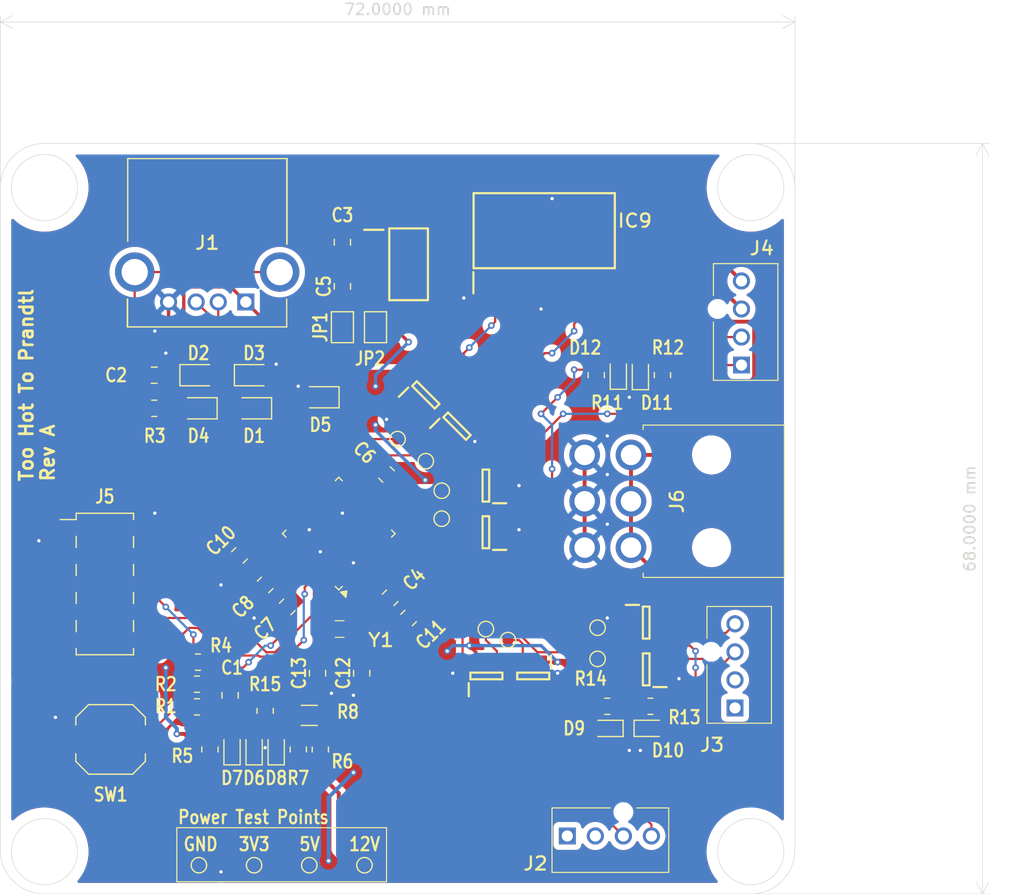
<source format=kicad_pcb>
(kicad_pcb (version 20240108) (generator "pcbnew") (generator_version "8.0")
  (layers (0 "F.Cu" signal) (31 "B.Cu" signal) (34 "B.Paste" user) (35 "F.Paste" user) (36 "B.SilkS" user "B.Silkscreen") (37 "F.SilkS" user "F.Silkscreen") (38 "B.Mask" user) (39 "F.Mask" user) (44 "Edge.Cuts" user))
  (net 0 "")
  (net 1 "/USB_D+")
  (net 2 "/RESET")
  (net 3 "/USB_D-")
  (net 4 "+5V")
  (net 5 "GND")
  (net 6 "/usb_shield_gnd")
  (net 7 "Net-(R1-Pad1)")
  (net 8 "+3V3")
  (net 16 "/XOUT32")
  (net 31 "/XIN32")
  (net 35 "/PumpCtrl_5v")
  (net 36 "/PumpCtrl_3v3")
  (net 37 "/FanCtrl_3v3")
  (net 38 "/ValveCtrl1_5v")
  (net 39 "/ValveCtrl1_3v3")
  (net 40 "/ValveCtrl2_5v")
  (net 41 "/ValveCtrl2_3v3")
  (net 42 "/PumpSense_3v3")
  (net 43 "/PumpSense_5v")
  (net 44 "/FanSense_5v")
  (net 45 "/FanSense_3v3")
  (net 46 "/ValveSense1_5v")
  (net 47 "/ValveSense1_3v3")
  (net 48 "/ValveSense2_5v")
  (net 49 "/ValveSense2_3v3")
  (net 54 "/ValveOutput2_12v")
  (net 55 "/ValveOutput1_12v")
  (net 56 "+12V")
  (net 57 "/FanCtrl_5v")
  (net 62 "/LDO_POWER_IN")
  (net 63 "/LDO_POWER_OUT")
  (net 67 "/SWCLK")
  (net 69 "/SWDIO")
  (net 70 "/LEDs/12v_PWD_LED_VOL_DIV")
  (net 71 "/LEDs/5v_USB_PWR_IND_LED")
  (net 72 "/LEDs/3v3_PWR_IND_LED")
  (net 73 "/LEDs/12v_PWR_IND_LED")
  (footprint "custom_footprints:TXU0101DBVR" (layer "F.Cu") (at 88.555635 72.787868 45)
    (property "Reference" "IC7" (hide yes))
    (property "Value" "TXU0101DBVR" (hide yes))
  )
  (footprint "Capacitor_SMD:C_0805_2012Metric" (layer "F.Cu") (at 74 90 -135)
    (property "Reference" "C8")
    (property "Value" "1u")
  )
  (footprint "Connector_PinHeader_2.54mm:PinHeader_2x05_P2.54mm_Vertical_SMD" (layer "F.Cu") (at 59.475 89.92)
    (property "Reference" "J5")
    (property "Value" "Conn_02x05_Counter_Clockwise")
  )
  (footprint "TestPoint:TestPoint_Pad_D1.0mm" (layer "F.Cu") (at 90 81.464823)
    (property "Reference" "TP12" (hide yes))
    (property "Value" "TestPoint")
  )
  (footprint "custom_footprints:470531000" (layer "F.Cu") (at 101.38 112.75 180)
    (property "Reference" "J2")
    (property "Value" "Pump" (hide yes))
  )
  (footprint "Capacitor_SMD:C_0805_2012Metric" (layer "F.Cu") (at 63.949999 71)
    (property "Reference" "C2")
    (property "Value" "4.5nF")
  )
  (footprint "Resistor_SMD:R_0805_2012Metric" (layer "F.Cu") (at 77 104.9125 -90)
    (property "Reference" "R7")
    (property "Value" "470R")
  )
  (footprint "Capacitor_SMD:C_0805_2012Metric" (layer "F.Cu") (at 70.825 100 -90)
    (property "Reference" "C1")
    (property "Value" "100n")
  )
  (footprint "Resistor_SMD:R_0805_2012Metric" (layer "F.Cu") (at 104 71 -90)
    (property "Reference" "R11")
    (property "Value" "20R")
  )
  (footprint "Capacitor_SMD:C_0805_2012Metric" (layer "F.Cu") (at 85 80 135)
    (property "Reference" "C6")
    (property "Value" "100n")
  )
  (footprint "LED_SMD:LED_0603_1608Metric" (layer "F.Cu") (at 108.9125 103)
    (property "Reference" "D10")
    (property "Value" "FAN_PWM_IND")
  )
  (footprint "custom_footprints:455580003" (layer "F.Cu") (at 107.151001 78.223 -90)
    (property "Reference" "J6")
    (property "Value" "MOLEX POWER CONNECTOR" (hide yes))
  )
  (footprint "Diode_SMD:D_0805_2012Metric" (layer "F.Cu") (at 67.962498 74 180)
    (property "Reference" "D4")
    (property "Value" "~")
  )
  (footprint "TestPoint:TestPoint_Pad_D1.0mm" (layer "F.Cu") (at 104.12132 96.707107 -90)
    (property "Reference" "TP10" (hide yes))
    (property "Value" "TestPoint")
  )
  (footprint "Capacitor_SMD:C_0805_2012Metric" (layer "F.Cu") (at 87 93 -135)
    (property "Reference" "C11")
    (property "Value" "10u")
  )
  (footprint "Resistor_SMD:R_0805_2012Metric" (layer "F.Cu") (at 74 101.4125 90)
    (property "Reference" "R15")
    (property "Value" "20R")
  )
  (footprint "LED_SMD:LED_0603_1608Metric" (layer "F.Cu") (at 104.950252 103.004037 180)
    (property "Reference" "D9")
    (property "Value" "PUMP_PWM_IND")
  )
  (footprint "TestPoint:TestPoint_Pad_D1.0mm" (layer "F.Cu") (at 73 115.4)
    (property "Reference" "TP3" (hide yes))
    (property "Value" "TestPoint")
  )
  (footprint "TestPoint:TestPoint_Pad_D1.0mm" (layer "F.Cu") (at 88.555635 78.787868)
    (property "Reference" "TP8" (hide yes))
    (property "Value" "TestPoint")
  )
  (footprint "TestPoint:TestPoint_Pad_D1.0mm" (layer "F.Cu") (at 94 94)
    (property "Reference" "TP9" (hide yes))
    (property "Value" "TestPoint")
  )
  (footprint "LED_SMD:LED_0603_1608Metric" (layer "F.Cu") (at 73 104.825 90)
    (property "Reference" "D6")
    (property "Value" "5V_USB_PWR_IND")
  )
  (footprint "custom_footprints:TXU0101DBVR" (layer "F.Cu") (at 94.05 98.25 90)
    (property "Reference" "IC1" (hide yes))
    (property "Value" "TXU0101DBVR" (hide yes))
  )
  (footprint "Resistor_SMD:R_0805_2012Metric" (layer "F.Cu") (at 63.949999 74)
    (property "Reference" "R3")
    (property "Value" "1M")
  )
  (footprint "Capacitor_SMD:C_0805_2012Metric" (layer "F.Cu") (at 81 62.95 90)
    (property "Reference" "C5")
    (property "Value" "47u")
  )
  (footprint "Resistor_SMD:R_1206_3216Metric" (layer "F.Cu") (at 78 101.825 180)
    (property "Reference" "R8")
    (property "Value" "300R")
  )
  (footprint "Resistor_SMD:R_0805_2012Metric" (layer "F.Cu") (at 67.825 99 180)
    (property "Reference" "R2")
    (property "Value" "10k")
  )
  (footprint "LED_SMD:LED_0603_1608Metric" (layer "F.Cu") (at 75 104.825 90)
    (property "Reference" "D8")
    (property "Value" "12v_PWR_IND")
  )
  (footprint "custom_footprints:470531000" (layer "F.Cu") (at 116.577001 101.146999 -90)
    (property "Reference" "J3")
    (property "Value" "Fan" (hide yes))
  )
  (footprint "TestPoint:TestPoint_Pad_D1.0mm" (layer "F.Cu") (at 78 115.4)
    (property "Reference" "TP2" (hide yes))
    (property "Value" "TestPoint")
  )
  (footprint "Diode_SMD:D_0805_2012Metric" (layer "F.Cu") (at 67.962498 71)
    (property "Reference" "D2")
    (property "Value" "D_Zener")
  )
  (footprint "custom_footprints:TXU0101DBVR" (layer "F.Cu") (at 98.292641 98.25 -90)
    (property "Reference" "IC5" (hide yes))
    (property "Value" "TXU0101DBVR" (hide yes))
  )
  (footprint "Resistor_SMD:R_0805_2012Metric" (layer "F.Cu") (at 69 104.9125 -90)
    (property "Reference" "R5")
    (property "Value" "51R")
  )
  (footprint "Resistor_SMD:R_0805_2012Metric" (layer "F.Cu") (at 79 104.9125 -90)
    (property "Reference" "R6")
    (property "Value" "470R")
  )
  (footprint "Button_Switch_SMD:SW_Push_1TS009xxxx-xxxx-xxxx_6x6x5mm" (layer "F.Cu") (at 60 104 180)
    (property "Reference" "SW1")
    (property "Value" "SW_DIP_x01")
  )
  (footprint "custom_footprints:SOT230P700X180-4N" (layer "F.Cu") (at 87 60.95)
    (property "Reference" "IC11" (hide yes))
    (property "Value" "LM3940IMP-3.3_NOPB" (hide yes))
  )
  (footprint "Capacitor_SMD:C_0805_2012Metric" (layer "F.Cu") (at 85.328249 91.171751 -135)
    (property "Reference" "C4")
    (property "Value" "100n")
  )
  (footprint "Capacitor_SMD:C_0805_2012Metric" (layer "F.Cu") (at 76 92 -135)
    (property "Reference" "C7")
    (property "Value" "100n")
  )
  (footprint "custom_footprints:470531000" (layer "F.Cu") (at 117.16 70.08 -90)
    (property "Reference" "J4")
    (property "Value" "Valve" (hide yes))
  )
  (footprint "Diode_SMD:D_0805_2012Metric" (layer "F.Cu") (at 72.899998 71)
    (property "Reference" "D3")
    (property "Value" "~")
  )
  (footprint "Jumper:SolderJumper-2_P1.3mm_Open_Pad1.0x1.5mm" (layer "F.Cu") (at 81 66.650002 90)
    (property "Reference" "JP1")
    (property "Value" "SolderJumper_2_Open")
  )
  (footprint "Capacitor_SMD:C_0805_2012Metric" (layer "F.Cu") (at 82.75 98 90)
    (property "Reference" "C12")
    (property "Value" "20p")
  )
  (footprint "Diode_SMD:D_0805_2012Metric" (layer "F.Cu") (at 79.012499 73 180)
    (property "Reference" "D5")
    (property "Value" "~")
  )
  (footprint "Capacitor_SMD:C_0805_2012Metric" (layer "F.Cu") (at 71.671751 87.328249 -135)
    (property "Reference" "C10")
    (property "Value" "10u")
  )
  (footprint "custom_footprints:TXU0101DBVR" (layer "F.Cu") (at 91.384062 75.616295 45)
    (property "Reference" "IC8" (hide yes))
    (property "Value" "TXU0101DBVR" (hide yes))
  )
  (footprint "Resistor_SMD:R_0805_2012Metric" (layer "F.Cu") (at 67.9125 97 180)
    (property "Reference" "R4")
    (property "Value" "1k")
  )
  (footprint "TestPoint:TestPoint_Pad_D1.0mm" (layer "F.Cu") (at 83 115.4)
    (property "Reference" "TP1" (hide yes))
    (property "Value" "TestPoint")
  )
  (footprint "custom_footprints:FC135327680KAA5" (layer "F.Cu") (at 80.75 94 180)
    (property "Reference" "Y1")
    (property "Value" "32.768kHz" (hide yes))
  )
  (footprint "TestPoint:TestPoint_Pad_D1.0mm" (layer "F.Cu") (at 86 76.787868)
    (property "Reference" "TP7" (hide yes))
    (property "Value" "TestPoint")
  )
  (footprint "TestPoint:TestPoint_Pad_D1.0mm" (layer "F.Cu") (at 104.12132 93.87868 -90)
    (property "Reference" "TP6" (hide yes))
    (property "Value" "TestPoint")
  )
  (footprint "Jumper:SolderJumper-2_P1.3mm_Open_Pad1.0x1.5mm" (layer "F.Cu") (at 84 66.650002 -90)
    (property "Reference" "JP2")
    (property "Value" "SolderJumper_2_Open")
  )
  (footprint "TestPoint:TestPoint_Pad_D1.0mm" (layer "F.Cu") (at 90 84)
    (property "Reference" "TP11" (hide yes))
    (property "Value" "TestPoint")
  )
  (footprint "TestPoint:TestPoint_Pad_D1.0mm" (layer "F.Cu") (at 96 95)
    (property "Reference" "TP5" (hide yes))
    (property "Value" "TestPoint")
  )
  (footprint "custom_footprints:TXU0101DBVR" (layer "F.Cu") (at 94 81 180)
    (property "Reference" "IC4" (hide yes))
    (property "Value" "TXU0101DBVR" (hide yes))
  )
  (footprint "Package_QFP:TQFP-48_7x7mm_P0.5mm" (layer "F.Cu") (at 80.671751 85.351002 135)
    (property "Reference" "U2" (hide yes))
    (property "Value" "ATSAMD21G18A-A")
  )
  (footprint "Resistor_SMD:R_0805_2012Metric" (layer "F.Cu") (at 110 71 -90)
    (property "Reference" "R12")
    (property "Value" "20R")
  )
  (footprint "custom_footprints:TXU0101DBVR" (layer "F.Cu") (at 108.528175 93.414466)
    (property "Reference" "IC6" (hide yes))
    (property "Value" "TXU0101DBVR" (hide yes))
  )
  (footprint "Capacitor_SMD:C_0805_2012Metric" (layer "F.Cu") (at 81 58.95 -90)
    (property "Reference" "C3")
    (property "Value" "4.7n")
  )
  (footprint "custom_footprints:TXU0101DBVR" (layer "F.Cu") (at 108.528175 97.657107 180)
    (property "Reference" "IC2" (hide yes))
    (property "Value" "TXU0101DBVR" (hide yes))
  )
  (footprint "Capacitor_SMD:C_0805_2012Metric" (layer "F.Cu") (at 78.75 98 90)
    (property "Reference" "C13")
    (property "Value" "20p")
  )
  (footprint "custom_footprints:676432910" (layer "F.Cu") (at 72.25 64.365 180)
    (property "Reference" "J1")
    (property "Value" "67643-2910" (hide yes))
  )
  (footprint "Diode_SMD:D_0805_2012Metric" (layer "F.Cu") (at 72.899998 74 180)
    (property "Reference" "D1")
    (property "Value" "~")
  )
  (footprint "Resistor_SMD:R_0805_2012Metric" (layer "F.Cu") (at 108.9125 101 180)
    (property "Reference" "R13")
    (property "Value" "20R")
  )
  (footprint "Resistor_SMD:R_0805_2012Metric" (layer "F.Cu") (at 105 101)
    (property "Reference" "R14")
    (property "Value" "20R")
  )
  (footprint "LED_SMD:LED_0603_1608Metric" (layer "F.Cu") (at 71 104.825 90)
    (property "Reference" "D7")
    (property "Value" "3v3_PWR_IND")
  )
  (footprint "LED_SMD:LED_0603_1608Metric" (layer "F.Cu") (at 106 70.787501 90)
    (property "Reference" "D12")
    (property "Value" "VALVE_CLOSED_IND")
  )
  (footprint "TestPoint:TestPoint_Pad_D1.0mm" (layer "F.Cu") (at 68 115.4)
    (property "Reference" "TP4" (hide yes))
    (property "Value" "TestPoint")
  )
  (footprint "Resistor_SMD:R_0805_2012Metric" (layer "F.Cu") (at 67.825 101.05)
    (property "Reference" "R1")
    (property "Value" "330")
  )
  (footprint "custom_footprints:TXU0101DBVR" (layer "F.Cu") (at 94 85.22736 180)
    (property "Reference" "IC3" (hide yes))
    (property "Value" "TXU0101DBVR" (hide yes))
  )
  (footprint "LED_SMD:LED_0603_1608Metric" (layer "F.Cu") (at 108 70.825001 90)
    (property "Reference" "D11")
    (property "Value" "VALVE_OPEN_IND")
  )
  (footprint "custom_footprints:SOIC127P1032X265-20N" (layer "F.Cu") (at 99.288 57.905 90)
    (property "Reference" "IC9")
    (property "Value" "L293DD" (hide yes))
  )
  (gr_rect (start 66 112) (end 85 116.9) (stroke (width 0.1)) (fill none) (layer "F.SilkS"))
  (gr_line (start 118 50) (end 54 50) (stroke (width 0.05)) (layer "Edge.Cuts"))
  (gr_line (start 122 54) (end 122 114) (stroke (width 0.05)) (layer "Edge.Cuts"))
  (gr_circle (center 54 54) (end 57 54) (stroke (width 0.05)) (fill none) (layer "Edge.Cuts"))
  (gr_circle (center 118 114.171573) (end 121 114.171573) (stroke (width 0.05)) (fill none) (layer "Edge.Cuts"))
  (gr_arc (start 50 54) (mid 51.171573 51.171573) (end 54 50) (stroke (width 0.05)) (layer "Edge.Cuts"))
  (gr_circle (center 118 54) (end 121 54) (stroke (width 0.05)) (fill none) (layer "Edge.Cuts"))
  (gr_arc (start 118 50) (mid 120.828427 51.171573) (end 122 54) (stroke (width 0.05)) (layer "Edge.Cuts"))
  (gr_line (start 118 118) (end 54 118) (stroke (width 0.05)) (layer "Edge.Cuts"))
  (gr_line (start 50 114) (end 50 54) (stroke (width 0.05)) (layer "Edge.Cuts"))
  (gr_circle (center 54 114.171573) (end 57 114.171573) (stroke (width 0.05)) (fill none) (layer "Edge.Cuts"))
  (gr_arc (start 122 114) (mid 120.828427 116.828427) (end 118 118) (stroke (width 0.05)) (layer "Edge.Cuts"))
  (gr_arc (start 54 118) (mid 51.171573 116.828427) (end 50 114) (stroke (width 0.05)) (layer "Edge.Cuts"))
  (gr_text "Power Test Points" (at 66 111.75 0) (layer "F.SilkS") (effects (font (size 1.2 1) (thickness 0.2)) (justify left bottom)))
  (gr_text "5V" (at 77 114.2 0) (layer "F.SilkS") (effects (font (size 1.2 1) (thickness 0.2)) (justify left bottom)))
  (gr_text "Too Hot To Prandtl\nRev A" (at 55 80.75 90) (layer "F.SilkS") (effects (font (size 1.2 1.2) (thickness 0.25) (bold yes)) (justify left bottom)))
  (gr_text "3V3" (at 71.5 114.2 0) (layer "F.SilkS") (effects (font (size 1.2 1) (thickness 0.2)) (justify left bottom)))
  (gr_text "12V" (at 81.5 114.2 0) (layer "F.SilkS") (effects (font (size 1.2 1) (thickness 0.2)) (justify left bottom)))
  (gr_text "GND" (at 66.5 114.2 0) (layer "F.SilkS") (effects (font (size 1.2 1) (thickness 0.2)) (justify left bottom)))
  (dimension (type aligned) (layer "Edge.Cuts") (pts (xy 118 50) (xy 118 118)) (height -21) (gr_text "68.0000 mm" (at 137.85 84 90) (layer "Edge.Cuts") (effects (font (size 1 1) (thickness 0.15)))) (format (prefix "") (suffix "") (units 3) (units_format 1) (precision 4)) (style (thickness 0.05) (arrow_length 1.27) (text_position_mode 0) (extension_height 0.58642) (extension_offset 0.5) keep_text_aligned))
  (dimension (type aligned) (layer "Edge.Cuts") (pts (xy 50 54) (xy 122 54)) (height -15) (gr_text "72.0000 mm" (at 86 37.85 0) (layer "Edge.Cuts") (effects (font (size 1 1) (thickness 0.15)))) (format (prefix "") (suffix "") (units 3) (units_format 1) (precision 4)) (style (thickness 0.05) (arrow_length 1.27) (text_position_mode 0) (extension_height 0.58642) (extension_offset 0.5) keep_text_aligned))
  (segment (start 70.206248 72.48125) (end 68.899998 73.7875) (width 0.2) (layer "F.Cu") (net 1))
  (segment (start 68.899998 74) (end 68.899998 75.050001) (width 0.2) (layer "F.Cu") (net 1))
  (segment (start 70.206248 76.356251) (end 70.206248 77.325017) (width 0.2) (layer "F.Cu") (net 1))
  (segment (start 75.856748 82.975517) (end 75.856748 83.010873) (width 0.2) (layer "F.Cu") (net 1))
  (segment (start 67.75 64.365) (end 70.206248 66.821248) (width 0.2) (layer "F.Cu") (net 1))
  (segment (start 68.899998 71) (end 70.206248 72.30625) (width 0.2) (layer "F.Cu") (net 1))
  (segment (start 70.206248 68.643749) (end 68.899998 69.949999) (width 0.2) (layer "F.Cu") (net 1))
  (segment (start 70.206248 72.30625) (end 70.206248 72.48125) (width 0.2) (layer "F.Cu") (net 1))
  (segment (start 70.206248 77.325017) (end 75.856748 82.975517) (width 0.2) (layer "F.Cu") (net 1))
  (segment (start 68.899998 75.050001) (end 70.206248 76.356251) (width 0.2) (layer "F.Cu") (net 1))
  (segment (start 68.899998 69.949999) (end 68.899998 71) (width 0.2) (layer "F.Cu") (net 1))
  (segment (start 70.206248 66.821248) (end 70.206248 68.643749) (width 0.2) (layer "F.Cu") (net 1))
  (segment (start 68.899998 73.7875) (end 68.899998 74) (width 0.2) (layer "F.Cu") (net 1))
  (segment (start 75.856748 83.010873) (end 76.490982 83.645107) (width 0.2) (layer "F.Cu") (net 1))
  (segment (start 73 89) (end 73 88.760699) (width 0.2) (layer "F.Cu") (net 2))
  (segment (start 68.7375 101.05) (end 68.7375 99) (width 0.2) (layer "F.Cu") (net 2))
  (segment (start 74.5 95.5) (end 76.395799 93.604201) (width 0.2) (layer "F.Cu") (net 2))
  (segment (start 76.254987 88) (end 76.844536 87.410451) (width 0.2) (layer "F.Cu") (net 2))
  (segment (start 67.5 95.42) (end 67.8125 95.7325) (width 0.2) (layer "F.Cu") (net 2))
  (segment (start 73 88.760699) (end 73.760699 88) (width 0.2) (layer "F.Cu") (net 2))
  (segment (start 67.8125 98.075) (end 68.7375 99) (width 0.2) (layer "F.Cu") (net 2))
  (segment (start 68.7375 99) (end 70.2375 97.5) (width 0.2) (layer "F.Cu") (net 2))
  (segment (start 72 97.5) (end 72.5 97) (width 0.2) (layer "F.Cu") (net 2))
  (segment (start 67.5 94.5) (end 67.5 95.42) (width 0.2) (layer "F.Cu") (net 2))
  (segment (start 68.787501 99.050001) (end 68.7375 99) (width 0.2) (layer "F.Cu") (net 2))
  (segment (start 68.7375 101.05) (end 68.825001 101.05) (width 0.2) (layer "F.Cu") (net 2))
  (segment (start 76.395799 92.395799) (end 73 89) (width 0.2) (layer "F.Cu") (net 2))
  (segment (start 73.760699 88) (end 76.254987 88) (width 0.2) (layer "F.Cu") (net 2))
  (segment (start 70.2375 97.5) (end 71.94957 97.5) (width 0.2) (layer "F.Cu") (net 2))
  (segment (start 62 89.92) (end 62.92 89.92) (width 0.2) (layer "F.Cu") (net 2))
  (segment (start 76.395799 93.604201) (end 76.395799 92.395799) (width 0.2) (layer "F.Cu") (net 2))
  (segment (start 71.94957 97.5) (end 72 97.5) (width 0.2) (layer "F.Cu") (net 2))
  (segment (start 67.8125 95.7325) (end 67.8125 98.075) (width 0.2) (layer "F.Cu") (net 2))
  (segment (start 62.92 89.92) (end 65 92) (width 0.2) (layer "F.Cu") (net 2))
  (segment (start 68.825001 101.05) (end 70.825 99.050001) (width 0.2) (layer "F.Cu") (net 2))
  (segment (start 70.825 99.050001) (end 68.787501 99.050001) (width 0.2) (layer "F.Cu") (net 2))
  (via (at 67.5 94.5) (size 0.6) (drill 0.3) (layers "F.Cu" "B.Cu") (net 2))
  (via (at 72.5 97) (size 0.6) (drill 0.3) (layers "F.Cu" "B.Cu") (net 2))
  (via (at 65 92) (size 0.6) (drill 0.3) (layers "F.Cu" "B.Cu") (net 2))
  (via (at 74.5 95.5) (size 0.6) (drill 0.3) (layers "F.Cu" "B.Cu") (net 2))
  (segment (start 72.5 97) (end 74 95.5) (width 0.2) (layer "B.Cu") (net 2))
  (segment (start 74 95.5) (end 74.5 95.5) (width 0.2) (layer "B.Cu") (net 2))
  (segment (start 65.5 92.5) (end 67.5 94.5) (width 0.2) (layer "B.Cu") (net 2))
  (segment (start 65 92) (end 65.5 92.5) (width 0.2) (layer "B.Cu") (net 2))
  (segment (start 70.656248 66.634851) (end 70.656248 68.643749) (width 0.2) (layer "F.Cu") (net 3))
  (segment (start 76.174946 82.657319) (end 76.210302 82.657319) (width 0.2) (layer "F.Cu") (net 3))
  (segment (start 71.962498 75.050001) (end 70.656248 76.356251) (width 0.2) (layer "F.Cu") (net 3))
  (segment (start 76.210302 82.657319) (end 76.844536 83.291553) (width 0.2) (layer "F.Cu") (net 3))
  (segment (start 71.962498 69.949999) (end 71.962498 71) (width 0.2) (layer "F.Cu") (net 3))
  (segment (start 70.656248 72.48125) (end 71.962498 73.7875) (width 0.2) (layer "F.Cu") (net 3))
  (segment (start 70.656248 77.138621) (end 76.174946 82.657319) (width 0.2) (layer "F.Cu") (net 3))
  (segment (start 69.75 64.365) (end 69.75 65.728603) (width 0.2) (layer "F.Cu") (net 3))
  (segment (start 70.656248 72.30625) (end 70.656248 72.48125) (width 0.2) (layer "F.Cu") (net 3))
  (segment (start 70.656248 68.643749) (end 71.962498 69.949999) (width 0.2) (layer "F.Cu") (net 3))
  (segment (start 71.962498 73.7875) (end 71.962498 74) (width 0.2) (layer "F.Cu") (net 3))
  (segment (start 70.656248 76.356251) (end 70.656248 77.138621) (width 0.2) (layer "F.Cu") (net 3))
  (segment (start 71.962498 74) (end 71.962498 75.050001) (width 0.2) (layer "F.Cu") (net 3))
  (segment (start 71.962498 71) (end 70.656248 72.30625) (width 0.2) (layer "F.Cu") (net 3))
  (segment (start 69.75 65.728603) (end 70.656248 66.634851) (width 0.2) (layer "F.Cu") (net 3))
  (segment (start 109.778174 93.414466) (end 109.778175 92.464466) (width 0.3) (layer "F.Cu") (net 4))
  (segment (start 92.267945 74.732412) (end 92.828427 74.17193) (width 0.3) (layer "F.Cu") (net 4))
  (segment (start 93.573 62.617) (end 93.573 53.193) (width 0.35) (layer "F.Cu") (net 4))
  (segment (start 79.25 115.5) (end 78.1 115.5) (width 0.35) (layer "F.Cu") (net 4))
  (segment (start 89.439518 71.903985) (end 90 71.343503) (width 0.3) (layer "F.Cu") (net 4))
  (segment (start 98.292641 99.499999) (end 99.242641 99.5) (width 0.3) (layer "F.Cu") (net 4))
  (segment (start 98 80.919239) (end 98 79.5) (width 0.3) (layer "F.Cu") (net 4))
  (segment (start 92.828427 74.17193) (end 92.828427 72.828427) (width 0.3) (layer "F.Cu") (net 4))
  (segment (start 90 70) (end 88.767767 71.232233) (width 0.3) (layer "F.Cu") (net 4))
  (segment (start 74 100.5) (end 79.96581 100.5) (width 0.35) (layer "F.Cu") (net 4))
  (segment (start 70.885 63) (end 67 63) (width 0.3) (layer "F.Cu") (net 4))
  (segment (start 91.596194 74.06066) (end 92.828427 72.828427) (width 0.3) (layer "F.Cu") (net 4))
  (segment (start 95.25 81.95) (end 96.969239 81.95) (width 0.3) (layer "F.Cu") (net 4))
  (segment (start 95.25 86.17736) (end 98.67736 86.17736) (width 0.3) (layer "F.Cu") (net 4))
  (segment (start 99.242641 99.5) (end 100.5 99.5) (width 0.3) (layer "F.Cu") (net 4))
  (segment (start 93.573 52.5805) (end 93.573 53.193) (width 0.35) (layer "F.Cu") (net 4))
  (segment (start 79.96581 100.5) (end 82 102.53419) (width 0.35) (layer "F.Cu") (net 4))
  (segment (start 82 102.53419) (end 82 107) (width 0.35) (layer "F.Cu") (net 4))
  (segment (start 79.949999 71.949999) (end 79.949999 73) (width 0.3) (layer "F.Cu") (net 4))
  (segment (start 72.25 64.365) (end 75.9425 68.0575) (width 0.3) (layer "F.Cu") (net 4))
  (segment (start 75.9425 68.0575) (end 76.885 69) (width 0.3) (layer "F.Cu") (net 4))
  (segment (start 79.75 115) (end 79.25 115.5) (width 0.35) (layer "F.Cu") (net 4))
  (segment (start 92.828427 72.828427) (end 95 70.656854) (width 0.3) (layer "F.Cu") (net 4))
  (segment (start 66.6275 70.602502) (end 67.024998 71) (width 0.3) (layer "F.Cu") (net 4))
  (segment (start 93 99.5) (end 89.5 103) (width 0.3) (layer "F.Cu") (net 4))
  (segment (start 98.67736 86.17736) (end 99.5 87) (width 0.3) (layer "F.Cu") (net 4))
  (segment (start 96.969239 81.95) (end 98 80.919239) (width 0.3) (layer "F.Cu") (net 4))
  (segment (start 78.1 115.5) (end 78 115.4) (width 0.35) (layer "F.Cu") (net 4))
  (segment (start 90 71.343503) (end 90 70) (width 0.3) (layer "F.Cu") (net 4))
  (segment (start 66.6275 63.3725) (end 66.6275 70.602502) (width 0.3) (layer "F.Cu") (net 4))
  (segment (start 98 79.5) (end 99.5 78) (width 0.3) (layer "F.Cu") (net 4))
  (segment (start 104.6805 51.8555) (end 94.298 51.8555) (width 0.35) (layer "F.Cu") (net 4))
  (segment (start 105.003 53.193) (end 105.003 52.178) (width 0.35) (layer "F.Cu") (net 4))
  (segment (start 105.003 52.178) (end 104.6805 51.8555) (width 0.35) (layer "F.Cu") (net 4))
  (segment (start 73.837498 74) (end 75.9425 71.894998) (width 0.3) (layer "F.Cu") (net 4))
  (segment (start 94.298 51.8555) (end 93.573 52.5805) (width 0.35) (layer "F.Cu") (net 4))
  (segment (start 76.885 69) (end 77 69) (width 0.3) (layer "F.Cu") (net 4))
  (segment (start 77 69) (end 79.949999 71.949999) (width 0.3) (layer "F.Cu") (net 4))
  (segment (start 72.25 64.365) (end 70.885 63) (width 0.3) (layer "F.Cu") (net 4))
  (segment (start 95 70.656854) (end 95 70) (width 0.3) (layer "F.Cu") (net 4))
  (segment (start 93.1 99.5) (end 93 99.5) (width 0.3) (layer "F.Cu") (net 4))
  (segment (start 67 63) (end 66.6275 63.3725) (width 0.3) (layer "F.Cu") (net 4))
  (segment (start 100.5 99.5) (end 102.5 101.5) (width 0.3) (layer "F.Cu") (net 4))
  (segment (start 99.5 78) (end 99.5 77) (width 0.3) (layer "F.Cu") (net 4))
  (segment (start 75.9425 71.894998) (end 75.9425 68.0575) (width 0.3) (layer "F.Cu") (net 4))
  (via (at 82 107) (size 0.6) (drill 0.3) (layers "F.Cu" "B.Cu") (net 4))
  (via (at 79.75 115) (size 0.6) (drill 0.3) (layers "F.Cu" "B.Cu") (net 4))
  (segment (start 79.75 109.25) (end 82 107) (width 0.35) (layer "B.Cu") (net 4))
  (segment (start 79.75 115) (end 79.75 109.25) (width 0.35) (layer "B.Cu") (net 4))
  (segment (start 75.328249 92.671751) (end 73.328249 92.671751) (width 0.35) (layer "F.Cu") (net 5))
  (segment (start 105.737753 103.004037) (end 105.737753 103.737753) (width 0.3) (layer "F.Cu") (net 5))
  (segment (start 78.669199 87) (end 79 87) (width 0.3) (layer "F.Cu") (net 5))
  (segment (start 84.328249 79.328249) (end 84.386267 79.386267) (width 0.3) (layer "F.Cu") (net 5))
  (segment (start 64.899998 73.962501) (end 64.862499 74) (width 0.3) (layer "F.Cu") (net 5))
  (segment (start 102.951001 78.223) (end 102.951001 82.423) (width 0.35) (layer "F.Cu") (net 5))
  (segment (start 94.05 98.85) (end 93.65 98.45) (width 0.3) (layer "F.Cu") (net 5))
  (segment (start 94.05 99.499999) (end 94.05 98.85) (width 0.3) (layer "F.Cu") (net 5))
  (segment (start 91.45 98.45) (end 91 98) (width 0.3) (layer "F.Cu") (net 5))
  (segment (start 81 83.5) (end 82.876307 83.5) (width 0.3) (layer "F.Cu") (net 5))
  (segment (start 77 105.825) (end 75.212499 105.825) (width 0.35) (layer "F.Cu") (net 5))
  (segment (start 105.737753 103.737753) (end 107 105) (width 0.3) (layer "F.Cu") (net 5))
  (segment (start 78.75 98.95) (end 79.135287 98.95) (width 0.35) (layer "F.Cu") (net 5))
  (segment (start 73.837498 71) (end 74 71) (width 0.3) (layer "F.Cu") (net 5))
  (segment (start 79.135287 98.95) (end 80.011859 99.826572) (width 0.35) (layer "F.Cu") (net 5))
  (segment (start 76.137429 83.99866) (end 77.138769 85) (width 0.3) (layer "F.Cu") (net 5))
  (segment (start 74 104.75) (end 74 105.612501) (width 0.35) (layer "F.Cu") (net 5))
  (segment (start 105 76.5) (end 104.674001 76.5) (width 0.35) (layer "F.Cu") (net 5))
  (segment (start 62.66 84.84) (end 64 83.5) (width 0.3) (layer "F.Cu") (net 5))
  (segment (start 105 84.574001) (end 102.951001 86.623) (width 0.35) (layer "F.Cu") (net 5))
  (segment (start 84.386267 79.386267) (end 84.386267 81.99004) (width 0.3) (layer "F.Cu") (net 5))
  (segment (start 77.138769 85) (end 78 85) (width 0.3) (layer "F.Cu") (net 5))
  (segment (start 99.923 53.193) (end 101.193 53.193) (width 0.3) (layer "F.Cu") (net 5))
  (segment (start 95.249999 85.22736) (end 96.77264 85.22736) (width 0.3) (layer "F.Cu") (net 5))
  (segment (start 70.825 100.949999) (end 72.15 102.274999) (width 0.35) (layer "F.Cu") (net 5))
  (segment (start 107.278176 93.414466) (end 105.414466 93.414466) (width 0.3) (layer "F.Cu") (net 5))
  (segment (start 105.414466 93.414466) (end 105 93) (width 0.3) (layer "F.Cu") (net 5))
  (segment (start 74 71) (end 75 70) (width 0.3) (layer "F.Cu") (net 5))
  (segment (start 98.653 53.193) (end 99.923 53.193) (width 0.3) (layer "F.Cu") (net 5))
  (segment (start 98.653 64.653) (end 99 65) (width 0.3) (layer "F.Cu") (net 5))
  (segment (start 71 88) (end 71 89) (width 0.35) (layer "F.Cu") (net 5))
  (segment (start 64.899998 71) (end 64.899998 73.962501) (width 0.3) (layer "F.Cu") (net 5))
  (segment (start 101.193 62.617) (end 99.923 62.617) (width 0.3) (layer "F.Cu") (net 5))
  (segment (start 106 72) (end 107 73) (width 0.3) (layer "F.Cu") (net 5))
  (segment (start 90.500179 76.500178) (end 90.924443 76.075914) (width 0.3) (layer "F.Cu") (net 5))
  (segment (start 108 72) (end 107 73) (width 0.3) (layer "F.Cu") (net 5))
  (segment (start 64.899998 71) (end 64.899998 69.100002) (width 0.3) (layer "F.Cu") (net 5))
  (segment (start 72.15 102.274999) (end 72.15 104.462501) (width 0.35) (layer "F.Cu") (net 5))
  (segment (start 78.074999 73) (end 78 73) (width 0.3) (layer "F.Cu") (net 5))
  (segment (start 110.657107 97.657107) (end 109.778174 97.657107) (width 0.3) (layer "F.Cu") (net 5))
  (segment (start 82.8 59.9) (end 83.85 60.95) (width 0.3) (layer "F.Cu") (net 5))
  (segment (start 105 80.374001) (end 102.951001 82.423) (width 0.35) (layer "F.Cu") (net 5))
  (segment (start 70 116) (end 69.4 115.4) (width 0.35) (layer "F.Cu") (net 5))
  (segment (start 87.671752 73.671751) (end 86.343503 75) (width 0.3) (layer "F.Cu") (net 5))
  (segment (start 96.77264 85.22736) (end 97 85) (width 0.3) (layer "F.Cu") (net 5))
  (segment (start 81 62) (end 82.8 62) (width 0.3) (layer "F.Cu") (net 5))
  (segment (start 78 73) (end 77 72) (width 0.3) (layer "F.Cu") (net 5))
  (segment (start 90.15 60.95) (end 92 62.8) (width 0.3) (layer "F.Cu") (net 5))
  (segment (start 98.292641 97.900001) (end 98.39264 98) (width 0.3) (layer "F.Cu") (net 5))
  (segment (start 90.924443 76.075914) (end 92.075914 76.075914) (width 0.3) (layer "F.Cu") (net 5))
  (segment (start 106 71.575002) (end 106 72) (width 0.3) (layer "F.Cu") (net 5))
  (segment (start 69.4 115.4) (end 68 115.4) (width 0.35) (layer "F.Cu") (net 5))
  (segment (start 71 88) (end 73.328249 90.328249) (width 0.35) (layer "F.Cu") (net 5))
  (segment (start 82.876307 83.5) (end 83.79186 82.584447) (width 0.3) (layer "F.Cu") (net 5))
  (segment (start 108 71.612502) (end 108 72) (width 0.3) (layer "F.Cu") (net 5))
  (segment (start 72.15 104.462501) (end 71 105.612501) (width 0.35) (layer "F.Cu") (net 5))
  (segment (start 86 75) (end 85 75) (width 0.3) (layer "F.Cu") (net 5))
  (segment (start 82.8 62) (end 83.85 60.95) (width 0.3) (layer "F.Cu") (net 5))
  (segment (start 108.125 104.875) (end 108 105) (width 0.3) (layer "F.Cu") (net 5))
  (segment (start 73.328249 92.671751) (end 73 93) (width 0.35) (layer "F.Cu") (net 5))
  (segment (start 97.383 62.617) (end 98.653 62.617) (width 0.3) (layer "F.Cu") (net 5))
  (segment (start 82.75 99.25) (end 82 100) (width 0.35) (layer "F.Cu") (net 5))
  (segment (start 104.674001 76.5) (end 102.951001 78.223) (width 0.35) (layer "F.Cu") (net 5))
  (segment (start 98.292641 97.000001) (end 98.292641 97.900001) (width 0.3) (layer "F.Cu") (net 5))
  (segment (start 65.25 65.75) (end 64 67) (width 0.3) (layer "F.Cu") (net 5))
  (segment (start 82.75 98.95) (end 82.75 99.25) (width 0.35) (layer "F.Cu") (net 5))
  (segment (start 84.656498 90.396409) (end 83.084753 88.824664) (width 0.3) (layer "F.Cu") (net 5))
  (segment (start 57 104) (end 55 102) (width 0.35) (layer "F.Cu") (net 5))
  (segment (start 99.923 54.923) (end 100 55) (width 0.3) (layer "F.Cu") (net 5))
  (segment (start 54.88 87.38) (end 53.5 86) (width 0.3) (layer "F.Cu") (net 5))
  (segment (start 102.951001 86.623) (end 102.951001 82.423) (width 0.35) (layer "F.Cu") (net 5))
  (segment (start 92.075914 76.075914) (end 93 77) (width 0.3) (layer "F.Cu") (net 5))
  (segment (start 93.65 98.45) (end 91.45 98.45) (width 0.3) (layer "F.Cu") (net 5))
  (segment (start 111.5 98.5) (end 110.657107 97.657107) (width 0.3) (layer "F.Cu") (net 5))
  (segment (start 73 105.612501) (end 74 105.612501) (width 0.35) (layer "F.Cu") (net 5))
  (segment (start 98.39264 98) (end 100.5 98) (width 0.3) (layer "F.Cu") (net 5))
  (segment (start 84.656498 91.843502) (end 84.656498 90.396409) (width 0.3) (layer "F.Cu") (net 5))
  (segment (start 105 84.5) (end 105 84.574001) (width 0.35) (layer "F.Cu") (net 5))
  (segment (start 73.328249 90.328249) (end 73.328249 90.671751) (width 0.35) (layer "F.Cu") (net 5))
  (segment (start 65.25 64.365) (end 65.25 65.75) (width 0.3) (layer "F.Cu") (net 5))
  (segment (start 83.85 60.95) (end 90.15 60.95) (width 0.3) (layer "F.Cu") (net 5))
  (segment (start 108.125 103) (end 108.125 104.875) (width 0.3) (layer "F.Cu") (net 5))
  (segment (start 99.923 53.193) (end 99.923 54.923) (width 0.3) (layer "F.Cu") (net 5))
  (segment (start 75.328249 92.671751) (end 73.328249 90.671751) (width 0.35) (layer "F.Cu") (net 5))
  (segment (start 95.249999 81) (end 97 81) (width 0.3) (layer "F.Cu") (net 5))
  (segment (start 83.084753 88.824664) (end 82.260089 88) (width 0.3) (layer "F.Cu") (net 5))
  (segment (start 71 89) (end 70 90) (width 0.35) (layer "F.Cu") (net 5))
  (segment (start 98.653 62.617) (end 98.653 64.653) (width 0.3) (layer "F.Cu") (net 5))
  (segment (start 86.328249 93.515253) (end 84.656498 91.843502) (width 0.3) (layer "F.Cu") (net 5))
  (segment (start 56.95 87.38) (end 54.88 87.38) (width 0.3) (layer "F.Cu") (net 5))
  (segment (start 98.653 53.193) (end 97.383 53.193) (width 0.3) (layer "F.Cu") (net 5))
  (segment (start 64.899998 69.100002) (end 65 69) (width 0.3) (layer "F.Cu") (net 5))
  (segment (start 82.260089 88) (end 82 88) (width 0.3) (layer "F.Cu") (net 5))
  (segment (start 99.923 62.617) (end 98.653 62.617) (width 0.3) (layer "F.Cu") (net 5))
  (segment (start 86.343503 75) (end 86 75) (width 0.3) (layer "F.Cu") (net 5))
  (segment (start 84.386267 81.99004) (end 83.79186 82.584447) (width 0.3) (layer "F.Cu") (net 5))
  (segment (start 67.024998 74) (end 64.862499 74) (width 0.3) (layer "F.Cu") (net 5))
  (segment (start 86.328249 93.671751) (end 86.328249 93.515253) (width 0.3) (layer "F.Cu") (net 5))
  (segment (start 105 80) (end 105 80.374001) (width 0.35) (layer "F.Cu") (net 5))
  (segment (start 74 105.612501) (end 75 105.612501) (width 0.35) (layer "F.Cu") (net 5))
  (segment (start 92 62.8) (end 92 64) (width 0.3) (layer "F.Cu") (net 5))
  (segment (start 77.551642 88.117557) (end 78.669199 87) (width 0.3) (layer "F.Cu") (net 5))
  (segment (start 62 84.84) (end 62.66 84.84) (width 0.3) (layer "F.Cu") (net 5))
  (segment (start 75.212499 105.825) (end 75 105.612501) (width 0.35) (layer "F.Cu") (net 5))
  (segment (start 71 105.612501) (end 73 105.612501) (width 0.35) (layer "F.Cu") (net 5))
  (segment (start 81 59.9) (end 82.8 59.9) (width 0.3) (layer "F.Cu") (net 5))
  (via (at 82 100) (size 0.6) (drill 0.3) (layers "F.Cu" "B.Cu") (net 5))
  (via (at 73 93) (size 0.6) (drill 0.3) (layers "F.Cu" "B.Cu") (net 5))
  (via (at 70 116) (size 0.6) (drill 0.3) (layers "F.Cu" "B.Cu") (net 5))
  (via (at 79 87) (size 0.6) (drill 0.3) (layers "F.Cu" "B.Cu") (net 5))
  (via (at 64 83.5) (size 0.6) (drill 0.3) (layers "F.Cu" "B.Cu") (net 5))
  (via (at 105 84.5) (size 0.6) (drill 0.3) (layers "F.Cu" "B.Cu") (net 5))
  (via (at 74 104.75) (size 0.6) (drill 0.3) (layers "F.Cu" "B.Cu") (net 5))
  (via (at 65 69) (size 0.6) (drill 0.3) (layers "F.Cu" "B.Cu") (net 5))
  (via (at 64 67) (size 0.6) (drill 0.3) (layers "F.Cu" "B.Cu") (net 5))
  (via (at 93 77) (size 0.6) (drill 0.3) (layers "F.Cu" "B.Cu") (net 5))
  (via (at 111.5 98.5) (size 0.6) (drill 0.3) (layers "F.Cu" "B.Cu") (net 5))
  (via (at 97 81) (size 0.6) (drill 0.3) (layers "F.Cu" "B.Cu") (net 5))
  (via (at 100.5 98) (size 0.6) (drill 0.3) (layers "F.Cu" "B.Cu") (net 5))
  (via (at 107 105) (size 0.6) (drill 0.3) (layers "F.Cu" "B.Cu") (net 5))
  (via (at 99 65) (size 0.6) (drill 0.3) (layers "F.Cu" "B.Cu") (net 5))
  (via (at 75 70) (size 0.6) (drill 0.3) (layers "F.Cu" "B.Cu") (net 5))
  (via (at 100 55) (size 0.6) (drill 0.3) (layers "F.Cu" "B.Cu") (net 5))
  (via (at 85 75) (size 0.6) (drill 0.3) (layers "F.Cu" "B.Cu") (net 5))
  (via (at 78 85) (size 0.6) (drill 0.3) (layers "F.Cu" "B.Cu") (net 5))
  (via (at 55 102) (size 0.6) (drill 0.3) (layers "F.Cu" "B.Cu") (net 5))
  (via (at 82 88) (size 0.6) (drill 0.3) (layers "F.Cu" "B.Cu") (net 5))
  (via (at 77 72) (size 0.6) (drill 0.3) (layers "F.Cu" "B.Cu") (net 5))
  (via (at 105 76.5) (size 0.6) (drill 0.3) (layers "F.Cu" "B.Cu") (net 5))
  (via (at 70 90) (size 0.6) (drill 0.3) (layers "F.Cu" "B.Cu") (net 5))
  (via (at 108 105) (size 0.6) (drill 0.3) (layers "F.Cu" "B.Cu") (net 5))
  (via (at 91 98) (size 0.6) (drill 0.3) (layers "F.Cu" "B.Cu") (net 5))
  (via (at 97 85) (size 0.6) (drill 0.3) (layers "F.Cu" "B.Cu") (net 5))
  (via (at 53.5 86) (size 0.6) (drill 0.3) (layers "F.Cu" "B.Cu") (net 5))
  (via (at 81 83.5) (size 0.6) (drill 0.3) (layers "F.Cu" "B.Cu") (net 5))
  (via (at 105 80) (size 0.6) (drill 0.3) (layers "F.Cu" "B.Cu") (net 5))
  (via (at 107 73) (size 0.6) (drill 0.3) (layers "F.Cu" "B.Cu") (net 5))
  (via (at 80.011859 99.826572) (size 0.6) (drill 0.3) (layers "F.Cu" "B.Cu") (net 5))
  (via (at 92 64) (size 0.6) (drill 0.3) (layers "F.Cu" "B.Cu") (net 5))
  (via (at 105 93) (size 0.6) (drill 0.3) (layers "F.Cu" "B.Cu") (net 5))
  (segment (start 63 71) (end 63 73.962501) (width 0.2) (layer "F.Cu") (net 6))
  (segment (start 63 70) (end 62.18 69.18) (width 0.2) (layer "F.Cu") (net 6))
  (segment (start 62.18 69.18) (end 62.18 61.655) (width 0.2) (layer "F.Cu") (net 6))
  (segment (start 63 73.962501) (end 63.037499 74) (width 0.2) (layer "F.Cu") (net 6))
  (segment (start 63 71) (end 63 70) (width 0.2) (layer "F.Cu") (net 6))
  (segment (start 62.18 61.655) (end 75.32 61.655) (width 0.2) (layer "F.Cu") (net 6))
  (segment (start 65.95 101.05) (end 63 104) (width 0.2) (layer "F.Cu") (net 7))
  (segment (start 66.9125 101.05) (end 65.95 101.05) (width 0.2) (layer "F.Cu") (net 7))
  (segment (start 84 72.5) (end 84 72) (width 0.3) (layer "F.Cu") (net 8))
  (segment (start 73.598171 85.401829) (end 76.401829 85.401829) (width 0.3) (layer "F.Cu") (net 8))
  (segment (start 82.843899 87.876704) (end 83.438306 88.471111) (width 0.3) (layer "F.Cu") (net 8))
  (segment (start 84.145413 82.938) (end 82.843899 84.239513) (width 0.3) (layer "F.Cu") (net 8))
  (segment (start 69 109) (end 71 111) (width 0.35) (layer "F.Cu") (net 8))
  (segment (start 92.750001 81) (end 93.650001 81) (width 0.3) (layer "F.Cu") (net 8))
  (segment (start 85.671751 81.411662) (end 84.145413 82.938) (width 0.3) (layer "F.Cu") (net 8))
  (segment (start 84 75.5) (end 84 72.5) (width 0.3) (layer "F.Cu") (net 8))
  (segment (start 66.9125 99) (end 66.9125 97.0875) (width 0.35) (layer "F.Cu") (net 8))
  (segment (start 69 105.825) (end 69 109) (width 0.35) (layer "F.Cu") (net 8))
  (segment (start 92.750001 85.22736) (end 92.75 86.17736) (width 0.3) (layer "F.Cu") (net 8))
  (segment (start 76.671751 91.328249) (end 76.671751 90.41166) (width 0.3) (layer "F.Cu") (net 8))
  (segment (start 93.650001 81) (end 94 80.650001) (width 0.3) (layer "F.Cu") (net 8))
  (segment (start 82.843899 84.239513) (end 82.843899 87.876704) (width 0.3) (layer "F.Cu") (net 8))
  (segment (start 94.05 97.000001) (end 93.1 97) (width 0.3) (layer "F.Cu") (net 8))
  (segment (start 92.750001 81) (end 92.75 81.95) (width 0.3) (layer "F.Cu") (net 8))
  (segment (start 71 111) (end 71 114.25) (width 0.35) (layer "F.Cu") (net 8))
  (segment (start 107.278176 97.657107) (end 105.842893 97.657107) (width 0.3) (layer "F.Cu") (net 8))
  (segment (start 105.842893 97.657107) (end 105.5 98) (width 0.3) (layer "F.Cu") (net 8))
  (segment (start 66.675 103.5) (end 66 103.5) (width 0.35) (layer "F.Cu") (net 8))
  (segment (start 93.1 97) (end 93.1 96.1) (width 0.3) (layer "F.Cu") (net 8))
  (segment (start 85.467195 90.5) (end 83.438306 88.471111) (width 0.3) (layer "F.Cu") (net 8))
  (segment (start 77.35 86.35) (end 79.269239 86.35) (width 0.3) (layer "F.Cu") (net 8))
  (segment (start 77.048058 89.328249) (end 77.905196 88.471111) (width 0.3) (layer "F.Cu") (net 8))
  (segment (start 107.278175 92.464466) (end 105.464466 92.464466) (width 0.3) (layer "F.Cu") (net 8))
  (segment (start 75.783875 84.352214) (end 74.852214 84.352214) (width 0.3) (layer "F.Cu") (net 8))
  (segment (start 66.9125 97.0875) (end 67 97) (width 0.35) (layer "F.Cu") (net 8))
  (segment (start 76.401829 85.401829) (end 77.35 86.35) (width 0.3) (layer "F.Cu") (net 8))
  (segment (start 79.65 86.730761) (end 79.65 87.433413) (width 0.3) (layer "F.Cu") (net 8))
  (segment (start 74.852214 84.352214) (end 74.5 84) (width 0.3) (layer "F.Cu") (net 8))
  (segment (start 105.464466 92.464466) (end 105 92) (width 0.3) (layer "F.Cu") (net 8))
  (segment (start 79.65 87.433413) (end 78.258749 88.824664) (width 0.3) (layer "F.Cu") (net 8))
  (segment (start 87.671751 92.171751) (end 86 90.5) (width 0.3) (layer "F.Cu") (net 8))
  (segment (start 72.343502 86.656498) (end 73.598171 85.401829) (width 0.3) (layer "F.Cu") (net 8))
  (segment (start 94 80.650001) (end 94 79.5) (width 0.3) (layer "F.Cu") (net 8))
  (segment (start 107.278176 97.657107) (end 107.278175 98.607107) (width 0.3) (layer "F.Cu") (net 8))
  (segment (start 79.269239 86.35) (end 79.65 86.730761) (width 0.3) (layer "F.Cu") (net 8))
  (segment (start 99.242641 97) (end 100.5 97) (width 0.3) (layer "F.Cu") (net 8))
  (segment (start 84 67.300001) (end 86.300001 67.300001) (width 0.3) (layer "F.Cu") (net 8))
  (segment (start 72.15 115.4) (end 73 115.4) (width 0.35) (layer "F.Cu") (net 8))
  (segment (start 74.671751 89.328249) (end 77.048058 89.328249) (width 0.3) (layer "F.Cu") (net 8))
  (segment (start 85.671751 80.671751) (end 85.671751 81.411662) (width 0.3) (layer "F.Cu") (net 8))
  (segment (start 87.671751 92.328249) (end 87.671751 92.171751) (width 0.3) (layer "F.Cu") (net 8))
  (segment (start 86.300001 67.300001) (end 87 68) (width 0.3) (layer "F.Cu") (net 8))
  (segment (start 93.1 96.1) (end 92.5 95.5) (width 0.3) (layer "F.Cu") (net 8))
  (segment (start 76.671751 90.41166) (end 78.258749 88.824664) (width 0.3) (layer "F.Cu") (net 8))
  (segment (start 69 105.825) (end 66.675 103.5) (width 0.35) (layer "F.Cu") (net 8))
  (segment (start 94 79.5) (end 93 78.5) (width 0.3) (layer "F.Cu") (net 8))
  (segment (start 71 114.25) (end 72.15 115.4) (width 0.35) (layer "F.Cu") (net 8))
  (segment (start 86 90.5) (end 85.467195 90.5) (width 0.3) (layer "F.Cu") (net 8))
  (via (at 65 97.5) (size 0.6) (drill 0.3) (layers "F.Cu" "B.Cu") (net 8))
  (via (at 90.5 96) (size 0.6) (drill 0.3) (layers "F.Cu" "B.Cu") (net 8))
  (via (at 84 72) (size 0.6) (drill 0.3) (layers "F.Cu" "B.Cu") (net 8))
  (via (at 100.5 97) (size 0.6) (drill 0.3) (layers "F.Cu" "B.Cu") (net 8))
  (via (at 66 103.5) (size 0.6) (drill 0.3) (layers "F.Cu" "B.Cu") (net 8))
  (via (at 87 68) (size 0.6) (drill 0.3) (layers "F.Cu" "B.Cu") (net 8))
  (via (at 84 75.5) (size 0.6) (drill 0.3) (layers "F.Cu" "B.Cu") (net 8))
  (via (at 88.5 80.5) (size 0.6) (drill 0.3) (layers "F.Cu" "B.Cu") (net 8))
  (via (at 92.5 95.5) (size 0.6) (drill 0.3) (layers "F.Cu" "B.Cu") (net 8))
  (segment (start 66 103.5) (end 66 103) (width 0.35) (layer "B.Cu") (net 8))
  (segment (start 100.5 97) (end 99 95.5) (width 0.3) (layer "B.Cu") (net 8))
  (segment (start 92.5 95.5) (end 91 95.5) (width 0.3) (layer "B.Cu") (net 8))
  (segment (start 66 103) (end 65 102) (width 0.35) (layer "B.Cu") (net 8))
  (segment (start 65 102) (end 65 97.5) (width 0.35) (layer "B.Cu") (net 8))
  (segment (start 84 75.5) (end 84 76) (width 0.3) (layer "B.Cu") (net 8))
  (segment (start 84 76) (end 88.5 80.5) (width 0.3) (layer "B.Cu") (net 8))
  (segment (start 84 71) (end 84 72) (width 0.3) (layer "B.Cu") (net 8))
  (segment (start 87 68) (end 84 71) (width 0.3) (layer "B.Cu") (net 8))
  (segment (start 99 95.5) (end 92.5 95.5) (width 0.3) (layer "B.Cu") (net 8))
  (segment (start 91 95.5) (end 90.5 96) (width 0.3) (layer "B.Cu") (net 8))
  (segment (start 82 94) (end 82.5685 93.4315) (width 0.2) (layer "F.Cu") (net 16))
  (segment (start 82 96.3) (end 82 94) (width 0.2) (layer "F.Cu") (net 16))
  (segment (start 82.5685 93.4315) (end 82.5685 90.429731) (width 0.2) (layer "F.Cu") (net 16))
  (segment (start 82.75 97.05) (end 82 96.3) (width 0.2) (layer "F.Cu") (net 16))
  (segment (start 82.5685 90.429731) (end 82.024093 89.885324) (width 0.2) (layer "F.Cu") (net 16))
  (segment (start 79.5 93.5) (end 81.670539 91.329461) (width 0.2) (layer "F.Cu") (net 31))
  (segment (start 81.670539 91.329461) (end 81.670539 90.238878) (width 0.2) (layer "F.Cu") (net 31))
  (segment (start 79.5 94) (end 79.5 93.5) (width 0.2) (layer "F.Cu") (net 31))
  (segment (start 78.75 97.05) (end 79.5 96.3) (width 0.2) (layer "F.Cu") (net 31))
  (segment (start 79.5 96.3) (end 79.5 94) (width 0.2) (layer "F.Cu") (net 31))
  (segment (start 104.162751 103.004037) (end 104.162751 107.120109) (width 0.2) (layer "F.Cu") (net 35))
  (segment (start 106.874214 109.59) (end 106.595966 109.59) (width 0.2) (layer "F.Cu") (net 35))
  (segment (start 104.162751 107.156785) (end 104.162751 107.120109) (width 0.2) (layer "F.Cu") (net 35))
  (segment (start 104.0875 102.928786) (end 104.162751 103.004037) (width 0.2) (layer "F.Cu") (net 35))
  (segment (start 97.342641 99.5) (end 97.342641 100.336675) (width 0.2) (layer "F.Cu") (net 35))
  (segment (start 104.0875 101) (end 104.0875 102.928786) (width 0.2) (layer "F.Cu") (net 35))
  (segment (start 104.126075 107.120109) (end 104.162751 107.120109) (width 0.2) (layer "F.Cu") (net 35))
  (segment (start 106.595966 109.59) (end 104.162751 107.156785) (width 0.2) (layer "F.Cu") (net 35))
  (segment (start 109 112.75) (end 109 111.715786) (width 0.2) (layer "F.Cu") (net 35))
  (segment (start 109 111.715786) (end 106.874214 109.59) (width 0.2) (layer "F.Cu") (net 35))
  (segment (start 97.342641 100.336675) (end 104.126075 107.120109) (width 0.2) (layer "F.Cu") (net 35))
  (segment (start 96.342641 98) (end 97.342641 97) (width 0.2) (layer "F.Cu") (net 36))
  (segment (start 97 95) (end 97.342641 95.342641) (width 0.2) (layer "F.Cu") (net 36))
  (segment (start 97.342641 95.342641) (end 97.342641 97) (width 0.2) (layer "F.Cu") (net 36))
  (segment (start 96 95) (end 97 95) (width 0.2) (layer "F.Cu") (net 36))
  (segment (start 84.498966 87.410451) (end 91.888515 94.8) (width 0.2) (layer "F.Cu") (net 36))
  (segment (start 91.888515 94.8) (end 91.888515 97.288515) (width 0.2) (layer "F.Cu") (net 36))
  (segment (start 92.6 98) (end 96.342641 98) (width 0.2) (layer "F.Cu") (net 36))
  (segment (start 91.888515 97.288515) (end 92.6 98) (width 0.2) (layer "F.Cu") (net 36))
  (segment (start 95.931371 92.8) (end 97.010051 93.87868) (width 0.2) (layer "F.Cu") (net 37))
  (segment (start 84.99034 85.451829) (end 86.951829 85.451829) (width 0.2) (layer "F.Cu") (net 37))
  (segment (start 97.010051 93.87868) (end 104.12132 93.87868) (width 0.2) (layer "F.Cu") (net 37))
  (segment (start 84.308112 86.512489) (end 84.308112 86.134057) (width 0.2) (layer "F.Cu") (net 37))
  (segment (start 86.951829 85.451829) (end 94.3 92.8) (width 0.2) (layer "F.Cu") (net 37))
  (segment (start 84.308112 86.134057) (end 84.99034 85.451829) (width 0.2) (layer "F.Cu") (net 37))
  (segment (start 104.12132 93.87868) (end 104.87868 93.87868) (width 0.2) (layer "F.Cu") (net 37))
  (segment (start 94.3 92.8) (end 95.931371 92.8) (width 0.2) (layer "F.Cu") (net 37))
  (segment (start 84.85252 87.056897) (end 84.308112 86.512489) (width 0.2) (layer "F.Cu") (net 37))
  (segment (start 104.87868 93.87868) (end 105.364466 94.364466) (width 0.2) (layer "F.Cu") (net 37))
  (segment (start 105.364466 94.364466) (end 107.278175 94.364466) (width 0.2) (layer "F.Cu") (net 37))
  (segment (start 92 70.687006) (end 90.11127 72.575736) (width 0.2) (layer "F.Cu") (net 38))
  (segment (start 92.5 68.5) (end 92 69) (width 0.2) (layer "F.Cu") (net 38))
  (segment (start 94.843 66) (end 94.843 62.617) (width 0.2) (layer "F.Cu") (net 38))
  (segment (start 92 69) (end 92 70.687006) (width 0.2) (layer "F.Cu") (net 38))
  (segment (start 94.843 66) (end 94.843 66.157) (width 0.2) (layer "F.Cu") (net 38))
  (segment (start 94.843 66.157) (end 94.5 66.5) (width 0.2) (layer "F.Cu") (net 38))
  (via (at 92.5 68.5) (size 0.6) (drill 0.3) (layers "F.Cu" "B.Cu") (net 38))
  (via (at 94.5 66.5) (size 0.6) (drill 0.3) (layers "F.Cu" "B.Cu") (net 38))
  (segment (start 94 67) (end 92.5 68.5) (width 0.2) (layer "B.Cu") (net 38))
  (segment (start 94.5 66.5) (end 94 67) (width 0.2) (layer "B.Cu") (net 38))
  (segment (start 81.212132 76.787868) (end 86 76.787868) (width 0.2) (layer "F.Cu") (net 39))
  (segment (start 86.555635 76.232233) (end 86 76.787868) (width 0.2) (layer "F.Cu") (net 39))
  (segment (start 88.343503 74.343503) (end 86.555635 76.131371) (width 0.2) (layer "F.Cu") (net 39))
  (segment (start 77.007235 80.992765) (end 81.212132 76.787868) (width 0.2) (layer "F.Cu") (net 39))
  (segment (start 77.551642 82.584447) (end 77.007235 82.04004) (width 0.2) (layer "F.Cu") (net 39))
  (segment (start 86.555635 76.131371) (end 86.555635 76.232233) (width 0.2) (layer "F.Cu") (net 39))
  (segment (start 77.007235 82.04004) (end 77.007235 80.992765) (width 0.2) (layer "F.Cu") (net 39))
  (segment (start 103.733 64.61086) (end 103.733 62.617) (width 0.2) (layer "F.Cu") (net 40))
  (segment (start 99.34386 69) (end 100 69) (width 0.2) (layer "F.Cu") (net 40))
  (segment (start 102 67) (end 102 66.34386) (width 0.2) (layer "F.Cu") (net 40))
  (segment (start 102 66.34386) (end 103.733 64.61086) (width 0.2) (layer "F.Cu") (net 40))
  (segment (start 92.939697 75.404163) (end 99.34386 69) (width 0.2) (layer "F.Cu") (net 40))
  (via (at 100 69) (size 0.6) (drill 0.3) (layers "F.Cu" "B.Cu") (net 40))
  (via (at 102 67) (size 0.6) (drill 0.3) (layers "F.Cu" "B.Cu") (net 40))
  (segment (start 100 69) (end 102 67) (width 0.2) (layer "B.Cu") (net 40))
  (segment (start 89.555992 78.787868) (end 88.555635 78.787868) (width 0.2) (layer "F.Cu") (net 41))
  (segment (start 77.198089 82.938) (end 77.742497 83.482408) (width 0.2) (layer "F.Cu") (net 41))
  (segment (start 77.742497 83.482408) (end 79.687039 83.482408) (width 0.2) (layer "F.Cu") (net 41))
  (segment (start 82.487935 78.260699) (end 88.028466 78.260699) (width 0.2) (layer "F.Cu") (net 41))
  (segment (start 79.687039 83.482408) (end 80.772578 82.396869) (width 0.2) (layer "F.Cu") (net 41))
  (segment (start 80.772578 79.976056) (end 82.487935 78.260699) (width 0.2) (layer "F.Cu") (net 41))
  (segment (start 91.17193 77.17193) (end 89.555992 78.787868) (width 0.2) (layer "F.Cu") (net 41))
  (segment (start 80.772578 82.396869) (end 80.772578 79.976056) (width 0.2) (layer "F.Cu") (net 41))
  (segment (start 88.028466 78.260699) (end 88.555635 78.787868) (width 0.2) (layer "F.Cu") (net 41))
  (segment (start 94 95) (end 94 94) (width 0.2) (layer "F.Cu") (net 42))
  (segment (start 85.206073 86.703344) (end 92.502729 94) (width 0.2) (layer "F.Cu") (net 42))
  (segment (start 94 94) (end 92.502729 94) (width 0.2) (layer "F.Cu") (net 42))
  (segment (start 95 96) (end 94 95) (width 0.2) (layer "F.Cu") (net 42))
  (segment (start 95 97) (end 95 96) (width 0.2) (layer "F.Cu") (net 42))
  (segment (start 95.94028 99.5) (end 105.46 109.01972) (width 0.2) (layer "F.Cu") (net 43))
  (segment (start 95 99.5) (end 95.94028 99.5) (width 0.2) (layer "F.Cu") (net 43))
  (segment (start 105.46 109.01972) (end 105.46 111.75) (width 0.2) (layer "F.Cu") (net 43))
  (segment (start 105.46 111.75) (end 106.46 112.75) (width 0.2) (layer "F.Cu") (net 43))
  (segment (start 109.778175 96.707107) (end 113.642895 96.707107) (width 0.2) (layer "F.Cu") (net 44))
  (segment (start 115.577002 97.066999) (end 116.577001 96.067) (width 0.2) (layer "F.Cu") (net 44))
  (segment (start 113.642895 96.707107) (end 114.002787 97.066999) (width 0.2) (layer "F.Cu") (net 44))
  (segment (start 114.002787 97.066999) (end 115.577002 97.066999) (width 0.2) (layer "F.Cu") (net 44))
  (segment (start 86.34979 86.34979) (end 93.2 93.2) (width 0.2) (layer "F.Cu") (net 45))
  (segment (start 93.2 93.2) (end 95.765685 93.2) (width 0.2) (layer "F.Cu") (net 45))
  (segment (start 98.665685 96.1) (end 103.514213 96.1) (width 0.2) (layer "F.Cu") (net 45))
  (segment (start 85.559627 86.34979) (end 86.34979 86.34979) (width 0.2) (layer "F.Cu") (net 45))
  (segment (start 95.765685 93.2) (end 98.665685 96.1) (width 0.2) (layer "F.Cu") (net 45))
  (segment (start 103.514213 96.1) (end 104.12132 96.707107) (width 0.2) (layer "F.Cu") (net 45))
  (segment (start 104.12132 96.707107) (end 107.278175 96.707107) (width 0.2) (layer "F.Cu") (net 45))
  (segment (start 104 70.0875) (end 105.9125 70.0875) (width 0.2) (layer "F.Cu") (net 46))
  (segment (start 97.72264 84.27736) (end 100 82) (width 0.2) (layer "F.Cu") (net 46))
  (segment (start 100 82) (end 100 79.5) (width 0.2) (layer "F.Cu") (net 46))
  (segment (start 102 70.5) (end 103.5875 70.5) (width 0.2) (layer "F.Cu") (net 46))
  (segment (start 105.9125 70.0875) (end 106 70) (width 0.2) (layer "F.Cu") (net 46))
  (segment (start 99 74.5) (end 100.5 73) (width 0.2) (layer "F.Cu") (net 46))
  (segment (start 106 70) (end 108.46 67.54) (width 0.2) (layer "F.Cu") (net 46))
  (segment (start 108.46 67.54) (end 117.16 67.54) (width 0.2) (layer "F.Cu") (net 46))
  (segment (start 95.25 84.27736) (end 97.72264 84.27736) (width 0.2) (layer "F.Cu") (net 46))
  (segment (start 103.5875 70.5) (end 104 70.0875) (width 0.2) (layer "F.Cu") (net 46))
  (via (at 102 70.5) (size 0.6) (drill 0.3) (layers "F.Cu" "B.Cu") (net 46))
  (via (at 100.5 73) (size 0.6) (drill 0.3) (layers "F.Cu" "B.Cu") (net 46))
  (via (at 100 79.5) (size 0.6) (drill 0.3) (layers "F.Cu" "B.Cu") (net 46))
  (via (at 99 74.5) (size 0.6) (drill 0.3) (layers "F.Cu" "B.Cu") (net 46))
  (segment (start 100 75.5) (end 99 74.5) (width 0.2) (layer "B.Cu") (net 46))
  (segment (start 100.5 73) (end 102 71.5) (width 0.2) (layer "B.Cu") (net 46))
  (segment (start 102 71.5) (end 102 70.5) (width 0.2) (layer "B.Cu") (net 46))
  (segment (start 100 79.5) (end 100 75.5) (width 0.2) (layer "B.Cu") (net 46))
  (segment (start 89.100699 83.100699) (end 90 84) (width 0.2) (layer "F.Cu") (net 47))
  (segment (start 92.47264 84) (end 92.75 84.27736) (width 0.2) (layer "F.Cu") (net 47))
  (segment (start 90 84) (end 92.47264 84) (width 0.2) (layer "F.Cu") (net 47))
  (segment (start 84.85252 83.645107) (end 85.396928 83.100699) (width 0.2) (layer "F.Cu") (net 47))
  (segment (start 85.396928 83.100699) (end 89.100699 83.100699) (width 0.2) (layer "F.Cu") (net 47))
  (segment (start 95.25 80.05) (end 95.45 80.05) (width 0.2) (layer "F.Cu") (net 48))
  (segment (start 109 71.848529) (end 109 71.0875) (width 0.2) (layer "F.Cu") (net 48))
  (segment (start 111.9125 70.0875) (end 111.92 70.08) (width 0.2) (layer "F.Cu") (net 48))
  (segment (start 108 70.0375) (end 109.95 70.0375) (width 0.2) (layer "F.Cu") (net 48))
  (segment (start 95.45 80.05) (end 101 74.5) (width 0.2) (layer "F.Cu") (net 48))
  (segment (start 111.92 70.08) (end 117.16 70.08) (width 0.2) (layer "F.Cu") (net 48))
  (segment (start 105 74.5) (end 106.348529 74.5) (width 0.2) (layer "F.Cu") (net 48))
  (segment (start 110 70.0875) (end 111.9125 70.0875) (width 0.2) (layer "F.Cu") (net 48))
  (segment (start 109 71.0875) (end 110 70.0875) (width 0.2) (layer "F.Cu") (net 48))
  (segment (start 109.95 70.0375) (end 110 70.0875) (width 0.2) (layer "F.Cu") (net 48))
  (segment (start 106.348529 74.5) (end 109 71.848529) (width 0.2) (layer "F.Cu") (net 48))
  (via (at 105 74.5) (size 0.6) (drill 0.3) (layers "F.Cu" "B.Cu") (net 48))
  (via (at 101 74.5) (size 0.6) (drill 0.3) (layers "F.Cu" "B.Cu") (net 48))
  (segment (start 101 74.5) (end 105 74.5) (width 0.2) (layer "B.Cu") (net 48))
  (segment (start 86.325696 81.464823) (end 90 81.464823) (width 0.2) (layer "F.Cu") (net 49))
  (segment (start 84.498966 83.291553) (end 86.325696 81.464823) (width 0.2) (layer "F.Cu") (net 49))
  (segment (start 90 81.464823) (end 90.535177 81.464823) (width 0.2) (layer "F.Cu") (net 49))
  (segment (start 90.535177 81.464823) (end 91.95 80.05) (width 0.2) (layer "F.Cu") (net 49))
  (segment (start 91.95 80.05) (end 92.75 80.05) (width 0.2) (layer "F.Cu") (net 49))
  (segment (start 96.113 61.887) (end 97.55 60.45) (width 0.35) (layer "F.Cu") (net 54))
  (segment (start 115.15 60.45) (end 117.16 62.46) (width 0.35) (layer "F.Cu") (net 54))
  (segment (start 97.55 60.45) (end 115.15 60.45) (width 0.35) (layer "F.Cu") (net 54))
  (segment (start 96.113 62.617) (end 96.113 61.887) (width 0.35) (layer "F.Cu") (net 54))
  (segment (start 102.463 62.617) (end 102.463 61.537) (width 0.35) (layer "F.Cu") (net 55))
  (segment (start 103 61) (end 113.159999 61) (width 0.35) (layer "F.Cu") (net 55))
  (segment (start 113.159999 61) (end 117.16 65.000001) (width 0.35) (layer "F.Cu") (net 55))
  (segment (start 102.463 61.537) (end 103 61) (width 0.35) (layer "F.Cu") (net 55))
  (segment (start 119.825 91) (end 111.528001 91) (width 0.35) (layer "F.Cu") (net 56))
  (segment (start 107.151001 82.423) (end 107.151001 78.223) (width 0.35) (layer "F.Cu") (net 56))
  (segment (start 108.536001 66.150001) (end 117.975001 66.150001) (width 0.35) (layer "F.Cu") (net 56))
  (segment (start 116.254552 110.00169) (end 117.74831 110.00169) (width 0.35) (layer "F.Cu") (net 56))
  (segment (start 113.822645 113.927355) (end 113.822645 112.433597) (width 0.35) (layer "F.Cu") (net 56))
  (segment (start 80.675 108.875) (end 80.675 113.925) (width 0.35) (layer "F.Cu") (net 56))
  (segment (start 83 115.4) (end 112.35 115.4) (width 0.35) (layer "F.Cu") (net 56))
  (segment (start 79 107.2) (end 80.675 108.875) (width 0.35) (layer "F.Cu") (net 56))
  (segment (start 117.74831 110.00169) (end 119.825 107.925) (width 0.35) (layer "F.Cu") (net 56))
  (segment (start 107.151001 86.623) (end 107.151001 82.423) (width 0.35) (layer "F.Cu") (net 56))
  (segment (start 82.15 115.4) (end 83 115.4) (width 0.35) (layer "F.Cu") (net 56))
  (segment (start 79 105.825) (end 79 107.2) (width 0.35) (layer "F.Cu") (net 56))
  (segment (start 105.003 62.617) (end 108.536001 66.150001) (width 0.35) (layer "F.Cu") (net 56))
  (segment (start 80.675 113.925) (end 82.15 115.4) (width 0.35) (layer "F.Cu") (net 56))
  (segment (start 111.528001 91) (end 107.151001 86.623) (width 0.35) (layer "F.Cu") (net 56))
  (segment (start 112.35 115.4) (end 113.822645 113.927355) (width 0.35) (layer "F.Cu") (net 56))
  (segment (start 118.31 66.485) (end 118.31 71.21) (width 0.35) (layer "F.Cu") (net 56))
  (segment (start 113.822645 112.433597) (end 116.254552 110.00169) (width 0.35) (layer "F.Cu") (net 56))
  (segment (start 111.297 78.223) (end 107.151001 78.223) (width 0.35) (layer "F.Cu") (net 56))
  (segment (start 118.31 71.21) (end 111.297 78.223) (width 0.35) (layer "F.Cu") (net 56))
  (segment (start 117.975001 66.150001) (end 118.31 66.485) (width 0.35) (layer "F.Cu") (net 56))
  (segment (start 119.825 107.925) (end 119.825 91) (width 0.35) (layer "F.Cu") (net 56))
  (segment (start 109.778175 94.364466) (end 111 94.364466) (width 0.2) (layer "F.Cu") (net 57))
  (segment (start 109.825 101) (end 110.848529 101) (width 0.2) (layer "F.Cu") (net 57))
  (segment (start 112.135534 95.5) (end 111 94.364466) (width 0.2) (layer "F.Cu") (net 57))
  (segment (start 110.848529 101) (end 113 98.848529) (width 0.2) (layer "F.Cu") (net 57))
  (segment (start 113 96) (end 112.5 95.5) (width 0.2) (layer "F.Cu") (net 57))
  (segment (start 109.7 103) (end 109.7 101.125) (width 0.2) (layer "F.Cu") (net 57))
  (segment (start 111 94.364466) (end 115.739534 94.364466) (width 0.2) (layer "F.Cu") (net 57))
  (segment (start 109.7 101.125) (end 109.825 101) (width 0.2) (layer "F.Cu") (net 57))
  (segment (start 112.5 95.5) (end 112.135534 95.5) (width 0.2) (layer "F.Cu") (net 57))
  (segment (start 115.739534 94.364466) (end 116.577001 93.526999) (width 0.2) (layer "F.Cu") (net 57))
  (segment (start 113 98.848529) (end 113 97.5) (width 0.2) (layer "F.Cu") (net 57))
  (via (at 113 97.5) (size 0.6) (drill 0.3) (layers "F.Cu" "B.Cu") (net 57))
  (via (at 113 96) (size 0.6) (drill 0.3) (layers "F.Cu" "B.Cu") (net 57))
  (segment (start 113 97.5) (end 113 96) (width 0.2) (layer "B.Cu") (net 57))
  (segment (start 79 60) (end 81 58) (width 0.3) (layer "F.Cu") (net 62))
  (segment (start 83.85 58.65) (end 81.65 58.65) (width 0.3) (layer "F.Cu") (net 62))
  (segment (start 81.65 58.65) (end 81 58) (width 0.3) (layer "F.Cu") (net 62))
  (segment (start 79 64.000003) (end 79 60) (width 0.3) (layer "F.Cu") (net 62))
  (segment (start 81 66.000003) (end 79 64.000003) (width 0.3) (layer "F.Cu") (net 62))
  (segment (start 83.85 63.25) (end 83.85 65.850003) (width 0.3) (layer "F.Cu") (net 63))
  (segment (start 83.2 63.9) (end 83.85 63.25) (width 0.3) (layer "F.Cu") (net 63))
  (segment (start 81 63.9) (end 83.2 63.9) (width 0.3) (layer "F.Cu") (net 63))
  (segment (start 83.85 65.850003) (end 84 66.000003) (width 0.3) (layer "F.Cu") (net 63))
  (segment (start 56.95 95) (end 58.45 96.5) (width 0.2) (layer "F.Cu") (net 67))
  (segment (start 76 96.5) (end 77.5 95) (width 0.2) (layer "F.Cu") (net 67))
  (segment (start 73.5 96.5) (end 76 96.5) (width 0.2) (layer "F.Cu") (net 67))
  (segment (start 68.825 97) (end 69.425 96.4) (width 0.2) (layer "F.Cu") (net 67))
  (segment (start 73.4 96.4) (end 73.5 96.5) (width 0.2) (layer "F.Cu") (net 67))
  (segment (start 68.825 94.825) (end 68.825 97) (width 0.2) (layer "F.Cu") (net 67))
  (segment (start 77.584479 90.826763) (end 77.584479 90.20604) (width 0.2) (layer "F.Cu") (net 67))
  (segment (start 67.1 93.9) (end 67.9 93.9) (width 0.2) (layer "F.Cu") (net 67))
  (segment (start 67.9 93.9) (end 68.825 94.825) (width 0.2) (layer "F.Cu") (net 67))
  (segment (start 69.425 96.4) (end 73.4 96.4) (width 0.2) (layer "F.Cu") (net 67))
  (segment (start 77.584479 90.20604) (end 78.612302 89.178217) (width 0.2) (layer "F.Cu") (net 67))
  (segment (start 58.45 96.5) (end 64.5 96.5) (width 0.2) (layer "F.Cu") (net 67))
  (segment (start 64.5 96.5) (end 67.1 93.9) (width 0.2) (layer "F.Cu") (net 67))
  (via (at 77.584479 90.826763) (size 0.6) (drill 0.3) (layers "F.Cu" "B.Cu") (net 67))
  (via (at 77.5 95) (size 0.6) (drill 0.3) (layers "F.Cu" "B.Cu") (net 67))
  (segment (start 77.584479 90.826763) (end 77.5 90.911242) (width 0.2) (layer "B.Cu") (net 67))
  (segment (start 77.5 90.911242) (end 77.5 95) (width 0.2) (layer "B.Cu") (net 67))
  (segment (start 74.1 96.1) (end 74.9 96.1) (width 0.2) (layer "F.Cu") (net 69))
  (segment (start 74.9 96.1) (end 78.421448 92.578552) (width 0.2) (layer "F.Cu") (net 69))
  (segment (start 64 93) (end 71 93) (width 0.2) (layer "F.Cu") (net 69))
  (segment (start 78.421448 92.578552) (end 78.421448 90.076179) (width 0.2) (layer "F.Cu") (net 69))
  (segment (start 78.421448 90.076179) (end 78.965856 89.531771) (width 0.2) (layer "F.Cu") (net 69))
  (segment (start 71 93) (end 74.1 96.1) (width 0.2) (layer "F.Cu") (net 69))
  (segment (start 62 95) (end 64 93) (width 0.2) (layer "F.Cu") (net 69))
  (segment (start 79.4625 101.825) (end 79.4625 103.5375) (width 0.2) (layer "F.Cu") (net 70))
  (segment (start 79.4625 103.5375) (end 79 104) (width 0.2) (layer "F.Cu") (net 70))
  (segment (start 79 104) (end 77 104) (width 0.2) (layer "F.Cu") (net 70))
  (segment (start 73 103.325) (end 74 102.325) (width 0.2) (layer "F.Cu") (net 71))
  (segment (start 73 104.037499) (end 73 103.325) (width 0.2) (layer "F.Cu") (net 71))
  (segment (start 69.037499 104.037499) (end 69 104) (width 0.2) (layer "F.Cu") (net 72))
  (segment (start 71 104.037499) (end 69.037499 104.037499) (width 0.2) (layer "F.Cu") (net 72))
  (segment (start 75 104.037499) (end 75 103.3625) (width 0.2) (layer "F.Cu") (net 73))
  (segment (start 75 103.3625) (end 76.5375 101.825) (width 0.2) (layer "F.Cu") (net 73))
  (zone (net 8) (net_name "+3V3") (layer "F.Cu") (priority 1) (connect_pads (clearance 0.5)) (min_thickness 0.25) (fill yes (thermal_gap 0.5) (thermal_bridge_width 0.5))
    (polygon (pts (xy 50 50) (xy 78 50) (xy 78 70) (xy 99 70) (xy 99 91) (xy 106 91) (xy 106 99.5) (xy 102 99.5) (xy 102 102) (xy 99 102) (xy 99 102) (xy 66 102) (xy 65 103) (xy 64 102) (xy 64 100) (xy 63 99) (xy 50 99)))
  )
  (zone (net 4) (net_name "+5V") (layer "F.Cu") (priority 2) (connect_pads (clearance 0.5)) (min_thickness 0.25) (fill yes (thermal_gap 0.5) (thermal_bridge_width 0.5))
    (polygon (pts (xy 78 50) (xy 122 50) (xy 122 118) (xy 50 118) (xy 50 99) (xy 63 99) (xy 64 100) (xy 64 102) (xy 65 103) (xy 66 102) (xy 99 102) (xy 99 102) (xy 102 102) (xy 102 99.5) (xy 106 99.5) (xy 106 91) (xy 99 91) (xy 99 70) (xy 78 70)))
  )
  (zone (net 5) (net_name "GND") (layer "B.Cu") (connect_pads (clearance 0.5)) (min_thickness 0.25) (fill yes (thermal_gap 0.5) (thermal_bridge_width 0.5))
    (polygon (pts (xy 50 50) (xy 122 50) (xy 122 118) (xy 50 118)))
  )
)
</source>
